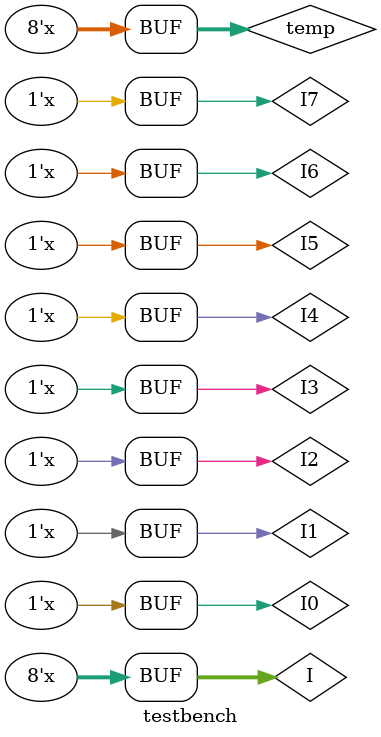
<source format=v>
`timescale 10ps/10ps

module testbench();
	reg [7:0] I, temp;
	wire P0, P1, P2, I0, I1, I2, I3, I4, I5, I6, I7;
	
	assign  I0 = I[0];
	assign  I1 = I[1];
	assign  I2 = I[2];
	assign  I3 = I[3];
	assign  I4 = I[4];
	assign  I5 = I[5];
	assign  I6 = I[6];
	assign  I7 = I[7];
	
	initial
	begin
		I <= 1;
		temp <= 1;
	end
	
	always @*
		begin
		#10	I <= I + temp; //random variables
			temp <= temp + temp;
		end
	
	PriorityEncoder testencoder (.P2(P2), .P1(P1), .P0(P0), 
									.I7(I7), .I6(I6), .I5(I5), .I4(I4),
									.I3(I3), .I2(I2), .I1(I1), .I0(I0));
endmodule
</source>
